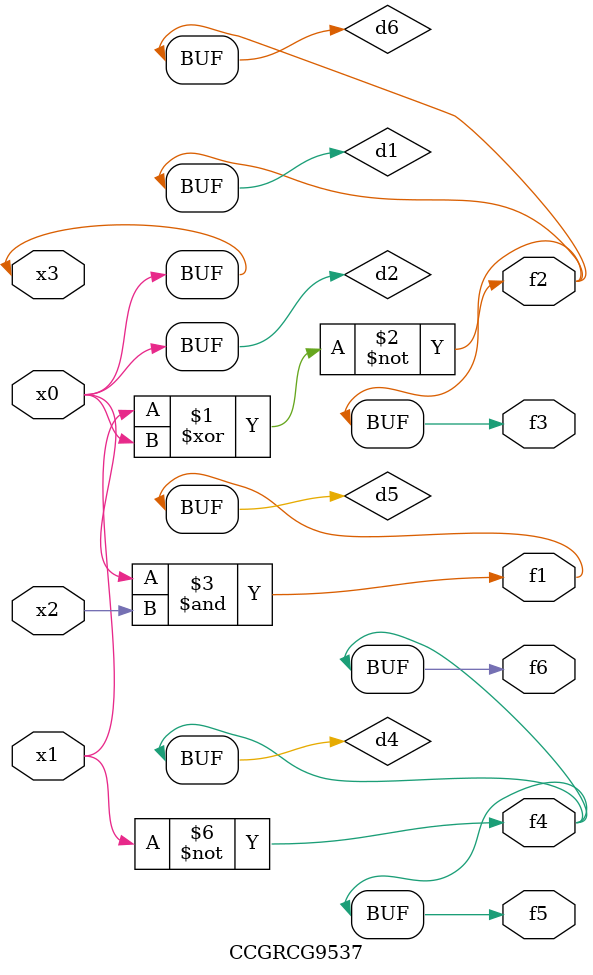
<source format=v>
module CCGRCG9537(
	input x0, x1, x2, x3,
	output f1, f2, f3, f4, f5, f6
);

	wire d1, d2, d3, d4, d5, d6;

	xnor (d1, x1, x3);
	buf (d2, x0, x3);
	nand (d3, x0, x2);
	not (d4, x1);
	nand (d5, d3);
	or (d6, d1);
	assign f1 = d5;
	assign f2 = d6;
	assign f3 = d6;
	assign f4 = d4;
	assign f5 = d4;
	assign f6 = d4;
endmodule

</source>
